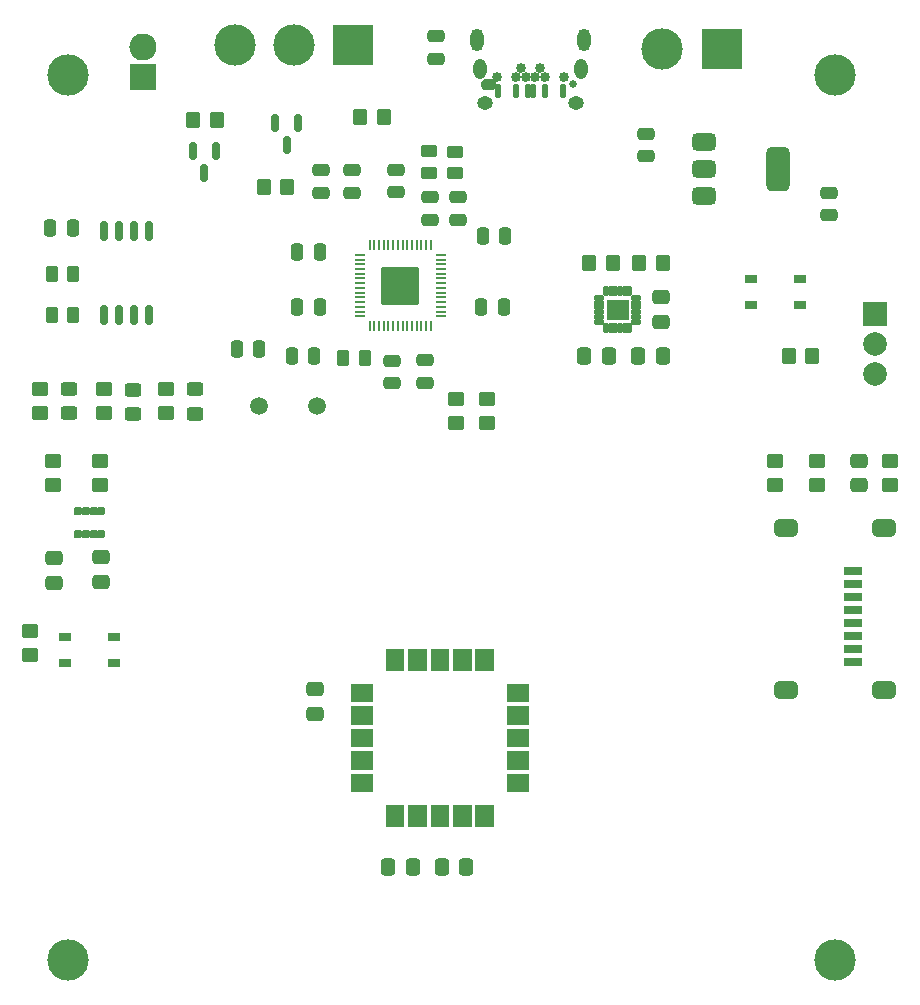
<source format=gbr>
%TF.GenerationSoftware,KiCad,Pcbnew,9.0.1*%
%TF.CreationDate,2025-04-08T19:45:02-03:00*%
%TF.ProjectId,SRAD_computer,53524144-5f63-46f6-9d70-757465722e6b,rev?*%
%TF.SameCoordinates,Original*%
%TF.FileFunction,Soldermask,Top*%
%TF.FilePolarity,Negative*%
%FSLAX46Y46*%
G04 Gerber Fmt 4.6, Leading zero omitted, Abs format (unit mm)*
G04 Created by KiCad (PCBNEW 9.0.1) date 2025-04-08 19:45:02*
%MOMM*%
%LPD*%
G01*
G04 APERTURE LIST*
G04 Aperture macros list*
%AMRoundRect*
0 Rectangle with rounded corners*
0 $1 Rounding radius*
0 $2 $3 $4 $5 $6 $7 $8 $9 X,Y pos of 4 corners*
0 Add a 4 corners polygon primitive as box body*
4,1,4,$2,$3,$4,$5,$6,$7,$8,$9,$2,$3,0*
0 Add four circle primitives for the rounded corners*
1,1,$1+$1,$2,$3*
1,1,$1+$1,$4,$5*
1,1,$1+$1,$6,$7*
1,1,$1+$1,$8,$9*
0 Add four rect primitives between the rounded corners*
20,1,$1+$1,$2,$3,$4,$5,0*
20,1,$1+$1,$4,$5,$6,$7,0*
20,1,$1+$1,$6,$7,$8,$9,0*
20,1,$1+$1,$8,$9,$2,$3,0*%
G04 Aperture macros list end*
%ADD10C,0.010000*%
%ADD11RoundRect,0.250000X-0.450000X0.325000X-0.450000X-0.325000X0.450000X-0.325000X0.450000X0.325000X0*%
%ADD12RoundRect,0.250000X-0.475000X0.337500X-0.475000X-0.337500X0.475000X-0.337500X0.475000X0.337500X0*%
%ADD13RoundRect,0.250000X-0.350000X-0.450000X0.350000X-0.450000X0.350000X0.450000X-0.350000X0.450000X0*%
%ADD14RoundRect,0.250000X0.475000X-0.250000X0.475000X0.250000X-0.475000X0.250000X-0.475000X-0.250000X0*%
%ADD15RoundRect,0.250000X0.262500X0.450000X-0.262500X0.450000X-0.262500X-0.450000X0.262500X-0.450000X0*%
%ADD16RoundRect,0.250000X-0.450000X0.350000X-0.450000X-0.350000X0.450000X-0.350000X0.450000X0.350000X0*%
%ADD17C,0.650000*%
%ADD18RoundRect,0.102000X0.150000X0.450000X-0.150000X0.450000X-0.150000X-0.450000X0.150000X-0.450000X0*%
%ADD19C,0.854000*%
%ADD20O,1.104000X1.904000*%
%ADD21O,1.104000X1.704000*%
%ADD22O,1.354000X1.104000*%
%ADD23RoundRect,0.250000X0.350000X0.450000X-0.350000X0.450000X-0.350000X-0.450000X0.350000X-0.450000X0*%
%ADD24C,1.500000*%
%ADD25RoundRect,0.250000X0.337500X0.475000X-0.337500X0.475000X-0.337500X-0.475000X0.337500X-0.475000X0*%
%ADD26RoundRect,0.250000X-0.475000X0.250000X-0.475000X-0.250000X0.475000X-0.250000X0.475000X0.250000X0*%
%ADD27R,2.000000X2.000000*%
%ADD28C,2.000000*%
%ADD29RoundRect,0.375000X-0.625000X-0.375000X0.625000X-0.375000X0.625000X0.375000X-0.625000X0.375000X0*%
%ADD30RoundRect,0.500000X-0.500000X-1.400000X0.500000X-1.400000X0.500000X1.400000X-0.500000X1.400000X0*%
%ADD31RoundRect,0.250000X-0.450000X0.262500X-0.450000X-0.262500X0.450000X-0.262500X0.450000X0.262500X0*%
%ADD32RoundRect,0.150000X-0.150000X0.587500X-0.150000X-0.587500X0.150000X-0.587500X0.150000X0.587500X0*%
%ADD33R,3.500000X3.500000*%
%ADD34C,3.500000*%
%ADD35R,1.050000X0.650000*%
%ADD36R,1.500000X0.800000*%
%ADD37RoundRect,0.362500X-0.637500X0.362500X-0.637500X-0.362500X0.637500X-0.362500X0.637500X0.362500X0*%
%ADD38RoundRect,0.162500X0.162500X-0.650000X0.162500X0.650000X-0.162500X0.650000X-0.162500X-0.650000X0*%
%ADD39R,2.300000X2.300000*%
%ADD40O,2.300000X2.300000*%
%ADD41RoundRect,0.250000X0.475000X-0.337500X0.475000X0.337500X-0.475000X0.337500X-0.475000X-0.337500X0*%
%ADD42RoundRect,0.250000X-0.337500X-0.475000X0.337500X-0.475000X0.337500X0.475000X-0.337500X0.475000X0*%
%ADD43RoundRect,0.250000X0.450000X-0.350000X0.450000X0.350000X-0.450000X0.350000X-0.450000X-0.350000X0*%
%ADD44RoundRect,0.250000X0.250000X0.475000X-0.250000X0.475000X-0.250000X-0.475000X0.250000X-0.475000X0*%
%ADD45RoundRect,0.053000X-0.369000X-0.159000X0.369000X-0.159000X0.369000X0.159000X-0.369000X0.159000X0*%
%ADD46RoundRect,0.053000X-0.159000X-0.369000X0.159000X-0.369000X0.159000X0.369000X-0.159000X0.369000X0*%
%ADD47RoundRect,0.102000X-0.850000X-0.770000X0.850000X-0.770000X0.850000X0.770000X-0.850000X0.770000X0*%
%ADD48RoundRect,0.081750X0.245250X-0.265250X0.245250X0.265250X-0.245250X0.265250X-0.245250X-0.265250X0*%
%ADD49RoundRect,0.250000X-0.250000X-0.475000X0.250000X-0.475000X0.250000X0.475000X-0.250000X0.475000X0*%
%ADD50RoundRect,0.250000X-0.262500X-0.450000X0.262500X-0.450000X0.262500X0.450000X-0.262500X0.450000X0*%
%ADD51RoundRect,0.050000X-0.387500X-0.050000X0.387500X-0.050000X0.387500X0.050000X-0.387500X0.050000X0*%
%ADD52RoundRect,0.050000X-0.050000X-0.387500X0.050000X-0.387500X0.050000X0.387500X-0.050000X0.387500X0*%
%ADD53RoundRect,0.144000X-1.456000X-1.456000X1.456000X-1.456000X1.456000X1.456000X-1.456000X1.456000X0*%
G04 APERTURE END LIST*
D10*
%TO.C,J7*%
X99177000Y-43216000D02*
X99199000Y-43217000D01*
X99221000Y-43220000D01*
X99243000Y-43224000D01*
X99265000Y-43229000D01*
X99286000Y-43236000D01*
X99307000Y-43243000D01*
X99328000Y-43252000D01*
X99348000Y-43261000D01*
X99368000Y-43272000D01*
X99386000Y-43284000D01*
X99405000Y-43296000D01*
X99422000Y-43310000D01*
X99439000Y-43324000D01*
X99456000Y-43339000D01*
X99471000Y-43356000D01*
X99485000Y-43373000D01*
X99499000Y-43390000D01*
X99511000Y-43409000D01*
X99523000Y-43428000D01*
X99534000Y-43447000D01*
X99543000Y-43467000D01*
X99552000Y-43488000D01*
X99559000Y-43509000D01*
X99566000Y-43530000D01*
X99571000Y-43552000D01*
X99575000Y-43574000D01*
X99578000Y-43596000D01*
X99579000Y-43618000D01*
X99580000Y-43640000D01*
X99579000Y-43662000D01*
X99578000Y-43684000D01*
X99575000Y-43706000D01*
X99571000Y-43728000D01*
X99566000Y-43750000D01*
X99559000Y-43771000D01*
X99552000Y-43792000D01*
X99543000Y-43813000D01*
X99534000Y-43833000D01*
X99523000Y-43852000D01*
X99511000Y-43871000D01*
X99499000Y-43890000D01*
X99485000Y-43907000D01*
X99471000Y-43924000D01*
X99456000Y-43941000D01*
X99439000Y-43956000D01*
X99422000Y-43970000D01*
X99405000Y-43984000D01*
X99386000Y-43996000D01*
X99368000Y-44008000D01*
X99348000Y-44019000D01*
X99328000Y-44028000D01*
X99307000Y-44037000D01*
X99286000Y-44044000D01*
X99265000Y-44051000D01*
X99243000Y-44056000D01*
X99221000Y-44060000D01*
X99199000Y-44063000D01*
X99177000Y-44064000D01*
X99155000Y-44065000D01*
X98805000Y-44065000D01*
X98783000Y-44064000D01*
X98761000Y-44063000D01*
X98739000Y-44060000D01*
X98717000Y-44056000D01*
X98695000Y-44051000D01*
X98674000Y-44044000D01*
X98653000Y-44037000D01*
X98632000Y-44028000D01*
X98612000Y-44019000D01*
X98593000Y-44008000D01*
X98574000Y-43996000D01*
X98555000Y-43984000D01*
X98538000Y-43970000D01*
X98521000Y-43956000D01*
X98504000Y-43941000D01*
X98489000Y-43924000D01*
X98475000Y-43907000D01*
X98461000Y-43890000D01*
X98449000Y-43871000D01*
X98437000Y-43852000D01*
X98426000Y-43833000D01*
X98417000Y-43813000D01*
X98408000Y-43792000D01*
X98401000Y-43771000D01*
X98394000Y-43750000D01*
X98389000Y-43728000D01*
X98385000Y-43706000D01*
X98382000Y-43684000D01*
X98381000Y-43662000D01*
X98380000Y-43640000D01*
X98381000Y-43618000D01*
X98382000Y-43596000D01*
X98385000Y-43574000D01*
X98389000Y-43552000D01*
X98394000Y-43530000D01*
X98401000Y-43509000D01*
X98408000Y-43488000D01*
X98417000Y-43467000D01*
X98426000Y-43447000D01*
X98437000Y-43428000D01*
X98449000Y-43409000D01*
X98461000Y-43390000D01*
X98475000Y-43373000D01*
X98489000Y-43356000D01*
X98504000Y-43339000D01*
X98521000Y-43324000D01*
X98538000Y-43310000D01*
X98555000Y-43296000D01*
X98574000Y-43284000D01*
X98593000Y-43272000D01*
X98612000Y-43261000D01*
X98632000Y-43252000D01*
X98653000Y-43243000D01*
X98674000Y-43236000D01*
X98695000Y-43229000D01*
X98717000Y-43224000D01*
X98739000Y-43220000D01*
X98761000Y-43217000D01*
X98783000Y-43216000D01*
X98805000Y-43215000D01*
X99155000Y-43215000D01*
X99177000Y-43216000D01*
G36*
X99177000Y-43216000D02*
G01*
X99199000Y-43217000D01*
X99221000Y-43220000D01*
X99243000Y-43224000D01*
X99265000Y-43229000D01*
X99286000Y-43236000D01*
X99307000Y-43243000D01*
X99328000Y-43252000D01*
X99348000Y-43261000D01*
X99368000Y-43272000D01*
X99386000Y-43284000D01*
X99405000Y-43296000D01*
X99422000Y-43310000D01*
X99439000Y-43324000D01*
X99456000Y-43339000D01*
X99471000Y-43356000D01*
X99485000Y-43373000D01*
X99499000Y-43390000D01*
X99511000Y-43409000D01*
X99523000Y-43428000D01*
X99534000Y-43447000D01*
X99543000Y-43467000D01*
X99552000Y-43488000D01*
X99559000Y-43509000D01*
X99566000Y-43530000D01*
X99571000Y-43552000D01*
X99575000Y-43574000D01*
X99578000Y-43596000D01*
X99579000Y-43618000D01*
X99580000Y-43640000D01*
X99579000Y-43662000D01*
X99578000Y-43684000D01*
X99575000Y-43706000D01*
X99571000Y-43728000D01*
X99566000Y-43750000D01*
X99559000Y-43771000D01*
X99552000Y-43792000D01*
X99543000Y-43813000D01*
X99534000Y-43833000D01*
X99523000Y-43852000D01*
X99511000Y-43871000D01*
X99499000Y-43890000D01*
X99485000Y-43907000D01*
X99471000Y-43924000D01*
X99456000Y-43941000D01*
X99439000Y-43956000D01*
X99422000Y-43970000D01*
X99405000Y-43984000D01*
X99386000Y-43996000D01*
X99368000Y-44008000D01*
X99348000Y-44019000D01*
X99328000Y-44028000D01*
X99307000Y-44037000D01*
X99286000Y-44044000D01*
X99265000Y-44051000D01*
X99243000Y-44056000D01*
X99221000Y-44060000D01*
X99199000Y-44063000D01*
X99177000Y-44064000D01*
X99155000Y-44065000D01*
X98805000Y-44065000D01*
X98783000Y-44064000D01*
X98761000Y-44063000D01*
X98739000Y-44060000D01*
X98717000Y-44056000D01*
X98695000Y-44051000D01*
X98674000Y-44044000D01*
X98653000Y-44037000D01*
X98632000Y-44028000D01*
X98612000Y-44019000D01*
X98593000Y-44008000D01*
X98574000Y-43996000D01*
X98555000Y-43984000D01*
X98538000Y-43970000D01*
X98521000Y-43956000D01*
X98504000Y-43941000D01*
X98489000Y-43924000D01*
X98475000Y-43907000D01*
X98461000Y-43890000D01*
X98449000Y-43871000D01*
X98437000Y-43852000D01*
X98426000Y-43833000D01*
X98417000Y-43813000D01*
X98408000Y-43792000D01*
X98401000Y-43771000D01*
X98394000Y-43750000D01*
X98389000Y-43728000D01*
X98385000Y-43706000D01*
X98382000Y-43684000D01*
X98381000Y-43662000D01*
X98380000Y-43640000D01*
X98381000Y-43618000D01*
X98382000Y-43596000D01*
X98385000Y-43574000D01*
X98389000Y-43552000D01*
X98394000Y-43530000D01*
X98401000Y-43509000D01*
X98408000Y-43488000D01*
X98417000Y-43467000D01*
X98426000Y-43447000D01*
X98437000Y-43428000D01*
X98449000Y-43409000D01*
X98461000Y-43390000D01*
X98475000Y-43373000D01*
X98489000Y-43356000D01*
X98504000Y-43339000D01*
X98521000Y-43324000D01*
X98538000Y-43310000D01*
X98555000Y-43296000D01*
X98574000Y-43284000D01*
X98593000Y-43272000D01*
X98612000Y-43261000D01*
X98632000Y-43252000D01*
X98653000Y-43243000D01*
X98674000Y-43236000D01*
X98695000Y-43229000D01*
X98717000Y-43224000D01*
X98739000Y-43220000D01*
X98761000Y-43217000D01*
X98783000Y-43216000D01*
X98805000Y-43215000D01*
X99155000Y-43215000D01*
X99177000Y-43216000D01*
G37*
%TO.C,U6*%
X89170000Y-95902984D02*
X87370000Y-95902984D01*
X87370000Y-94402984D01*
X89170000Y-94402984D01*
X89170000Y-95902984D01*
G36*
X89170000Y-95902984D02*
G01*
X87370000Y-95902984D01*
X87370000Y-94402984D01*
X89170000Y-94402984D01*
X89170000Y-95902984D01*
G37*
X89170000Y-97802984D02*
X87370000Y-97802984D01*
X87370000Y-96302984D01*
X89170000Y-96302984D01*
X89170000Y-97802984D01*
G36*
X89170000Y-97802984D02*
G01*
X87370000Y-97802984D01*
X87370000Y-96302984D01*
X89170000Y-96302984D01*
X89170000Y-97802984D01*
G37*
X89170000Y-99702984D02*
X87370000Y-99702984D01*
X87370000Y-98202984D01*
X89170000Y-98202984D01*
X89170000Y-99702984D01*
G36*
X89170000Y-99702984D02*
G01*
X87370000Y-99702984D01*
X87370000Y-98202984D01*
X89170000Y-98202984D01*
X89170000Y-99702984D01*
G37*
X89170000Y-101602984D02*
X87370000Y-101602984D01*
X87370000Y-100102984D01*
X89170000Y-100102984D01*
X89170000Y-101602984D01*
G36*
X89170000Y-101602984D02*
G01*
X87370000Y-101602984D01*
X87370000Y-100102984D01*
X89170000Y-100102984D01*
X89170000Y-101602984D01*
G37*
X89170000Y-103502984D02*
X87370000Y-103502984D01*
X87370000Y-102002984D01*
X89170000Y-102002984D01*
X89170000Y-103502984D01*
G36*
X89170000Y-103502984D02*
G01*
X87370000Y-103502984D01*
X87370000Y-102002984D01*
X89170000Y-102002984D01*
X89170000Y-103502984D01*
G37*
X91820000Y-93252984D02*
X90320000Y-93252984D01*
X90320000Y-91452984D01*
X91820000Y-91452984D01*
X91820000Y-93252984D01*
G36*
X91820000Y-93252984D02*
G01*
X90320000Y-93252984D01*
X90320000Y-91452984D01*
X91820000Y-91452984D01*
X91820000Y-93252984D01*
G37*
X91820000Y-106452984D02*
X90320000Y-106452984D01*
X90320000Y-104652984D01*
X91820000Y-104652984D01*
X91820000Y-106452984D01*
G36*
X91820000Y-106452984D02*
G01*
X90320000Y-106452984D01*
X90320000Y-104652984D01*
X91820000Y-104652984D01*
X91820000Y-106452984D01*
G37*
X93720000Y-93252984D02*
X92220000Y-93252984D01*
X92220000Y-91452984D01*
X93720000Y-91452984D01*
X93720000Y-93252984D01*
G36*
X93720000Y-93252984D02*
G01*
X92220000Y-93252984D01*
X92220000Y-91452984D01*
X93720000Y-91452984D01*
X93720000Y-93252984D01*
G37*
X93720000Y-106452984D02*
X92220000Y-106452984D01*
X92220000Y-104652984D01*
X93720000Y-104652984D01*
X93720000Y-106452984D01*
G36*
X93720000Y-106452984D02*
G01*
X92220000Y-106452984D01*
X92220000Y-104652984D01*
X93720000Y-104652984D01*
X93720000Y-106452984D01*
G37*
X95620000Y-93252984D02*
X94120000Y-93252984D01*
X94120000Y-91452984D01*
X95620000Y-91452984D01*
X95620000Y-93252984D01*
G36*
X95620000Y-93252984D02*
G01*
X94120000Y-93252984D01*
X94120000Y-91452984D01*
X95620000Y-91452984D01*
X95620000Y-93252984D01*
G37*
X95620000Y-106452984D02*
X94120000Y-106452984D01*
X94120000Y-104652984D01*
X95620000Y-104652984D01*
X95620000Y-106452984D01*
G36*
X95620000Y-106452984D02*
G01*
X94120000Y-106452984D01*
X94120000Y-104652984D01*
X95620000Y-104652984D01*
X95620000Y-106452984D01*
G37*
X97520000Y-93252984D02*
X96020000Y-93252984D01*
X96020000Y-91452984D01*
X97520000Y-91452984D01*
X97520000Y-93252984D01*
G36*
X97520000Y-93252984D02*
G01*
X96020000Y-93252984D01*
X96020000Y-91452984D01*
X97520000Y-91452984D01*
X97520000Y-93252984D01*
G37*
X97520000Y-106452984D02*
X96020000Y-106452984D01*
X96020000Y-104652984D01*
X97520000Y-104652984D01*
X97520000Y-106452984D01*
G36*
X97520000Y-106452984D02*
G01*
X96020000Y-106452984D01*
X96020000Y-104652984D01*
X97520000Y-104652984D01*
X97520000Y-106452984D01*
G37*
X99420000Y-93252984D02*
X97920000Y-93252984D01*
X97920000Y-91452984D01*
X99420000Y-91452984D01*
X99420000Y-93252984D01*
G36*
X99420000Y-93252984D02*
G01*
X97920000Y-93252984D01*
X97920000Y-91452984D01*
X99420000Y-91452984D01*
X99420000Y-93252984D01*
G37*
X99420000Y-106452984D02*
X97920000Y-106452984D01*
X97920000Y-104652984D01*
X99420000Y-104652984D01*
X99420000Y-106452984D01*
G36*
X99420000Y-106452984D02*
G01*
X97920000Y-106452984D01*
X97920000Y-104652984D01*
X99420000Y-104652984D01*
X99420000Y-106452984D01*
G37*
X102370000Y-95902984D02*
X100570000Y-95902984D01*
X100570000Y-94402984D01*
X102370000Y-94402984D01*
X102370000Y-95902984D01*
G36*
X102370000Y-95902984D02*
G01*
X100570000Y-95902984D01*
X100570000Y-94402984D01*
X102370000Y-94402984D01*
X102370000Y-95902984D01*
G37*
X102370000Y-97802984D02*
X100570000Y-97802984D01*
X100570000Y-96302984D01*
X102370000Y-96302984D01*
X102370000Y-97802984D01*
G36*
X102370000Y-97802984D02*
G01*
X100570000Y-97802984D01*
X100570000Y-96302984D01*
X102370000Y-96302984D01*
X102370000Y-97802984D01*
G37*
X102370000Y-99702984D02*
X100570000Y-99702984D01*
X100570000Y-98202984D01*
X102370000Y-98202984D01*
X102370000Y-99702984D01*
G36*
X102370000Y-99702984D02*
G01*
X100570000Y-99702984D01*
X100570000Y-98202984D01*
X102370000Y-98202984D01*
X102370000Y-99702984D01*
G37*
X102370000Y-101602984D02*
X100570000Y-101602984D01*
X100570000Y-100102984D01*
X102370000Y-100102984D01*
X102370000Y-101602984D01*
G36*
X102370000Y-101602984D02*
G01*
X100570000Y-101602984D01*
X100570000Y-100102984D01*
X102370000Y-100102984D01*
X102370000Y-101602984D01*
G37*
X102370000Y-103502984D02*
X100570000Y-103502984D01*
X100570000Y-102002984D01*
X102370000Y-102002984D01*
X102370000Y-103502984D01*
G36*
X102370000Y-103502984D02*
G01*
X100570000Y-103502984D01*
X100570000Y-102002984D01*
X102370000Y-102002984D01*
X102370000Y-103502984D01*
G37*
%TD*%
D11*
%TO.C,D2*%
X68908000Y-69502984D03*
X68908000Y-71552984D03*
%TD*%
D12*
%TO.C,C_BME_VDDIO1*%
X66190707Y-83678691D03*
X66190707Y-85753691D03*
%TD*%
D13*
%TO.C,R7*%
X79980000Y-52372984D03*
X81980000Y-52372984D03*
%TD*%
D14*
%TO.C,C8*%
X94100000Y-55112836D03*
X94100000Y-53212836D03*
%TD*%
D15*
%TO.C,R2*%
X63880859Y-59723927D03*
X62055859Y-59723927D03*
%TD*%
D16*
%TO.C,R15*%
X133050000Y-75542984D03*
X133050000Y-77542984D03*
%TD*%
D17*
%TO.C,J7*%
X106180000Y-43640000D03*
X98980000Y-43640000D03*
D18*
X105330000Y-44200000D03*
X103830000Y-44200000D03*
X102830000Y-44200000D03*
X102330000Y-44200000D03*
X101330000Y-44200000D03*
X99830000Y-44200000D03*
D19*
X99780000Y-42990000D03*
X101380000Y-42990000D03*
X101780000Y-42290000D03*
X102180000Y-42990000D03*
X102980000Y-42990000D03*
X103380000Y-42290000D03*
X103780000Y-42990000D03*
X105380000Y-42990000D03*
D20*
X107080000Y-39870000D03*
D21*
X106855000Y-42390000D03*
D22*
X106425000Y-45190000D03*
X98735000Y-45190000D03*
D21*
X98305000Y-42390000D03*
D20*
X98080000Y-39870000D03*
%TD*%
D14*
%TO.C,C10*%
X96470000Y-55112836D03*
X96470000Y-53212836D03*
%TD*%
%TO.C,C1*%
X112330000Y-49732836D03*
X112330000Y-47832836D03*
%TD*%
D16*
%TO.C,R13*%
X123303333Y-75552984D03*
X123303333Y-77552984D03*
%TD*%
D23*
%TO.C,R8*%
X90180000Y-46402836D03*
X88180000Y-46402836D03*
%TD*%
D24*
%TO.C,Y1*%
X79590000Y-70882984D03*
X84470000Y-70882984D03*
%TD*%
D16*
%TO.C,R_BME_SDA1*%
X62170707Y-75566191D03*
X62170707Y-77566191D03*
%TD*%
%TO.C,R16*%
X60220000Y-89950000D03*
X60220000Y-91950000D03*
%TD*%
D25*
%TO.C,C_VDDIO_MPU1*%
X109200000Y-66622984D03*
X107125000Y-66622984D03*
%TD*%
D26*
%TO.C,C4*%
X127880000Y-52852836D03*
X127880000Y-54752836D03*
%TD*%
D27*
%TO.C,J5*%
X131770000Y-63082984D03*
D28*
X131770000Y-65622984D03*
X131770000Y-68162984D03*
%TD*%
D29*
%TO.C,U1*%
X117230000Y-48500336D03*
X117230000Y-50800336D03*
D30*
X123530000Y-50800336D03*
D29*
X117230000Y-53100336D03*
%TD*%
D16*
%TO.C,R_BME_SCL1*%
X66160707Y-75546191D03*
X66160707Y-77546191D03*
%TD*%
D31*
%TO.C,R3*%
X93990000Y-49325336D03*
X93990000Y-51150336D03*
%TD*%
D32*
%TO.C,Q3*%
X75922500Y-49275336D03*
X74022500Y-49275336D03*
X74972500Y-51150336D03*
%TD*%
D25*
%TO.C,C_SAM_VCCIO1*%
X92620000Y-109952984D03*
X90545000Y-109952984D03*
%TD*%
D16*
%TO.C,R9*%
X71710000Y-69465484D03*
X71710000Y-71465484D03*
%TD*%
D33*
%TO.C,J1*%
X87530000Y-40282836D03*
D34*
X82530000Y-40282836D03*
X77530000Y-40282836D03*
%TD*%
D35*
%TO.C,S2*%
X63190000Y-90460000D03*
X67340000Y-90460000D03*
X63190000Y-92610000D03*
X67340000Y-92610000D03*
%TD*%
D36*
%TO.C,J6*%
X129910000Y-84847984D03*
X129910000Y-85947984D03*
X129910000Y-87047984D03*
X129910000Y-88147984D03*
X129910000Y-89247984D03*
X129910000Y-90347984D03*
X129910000Y-91447984D03*
X129910000Y-92547984D03*
D37*
X132510000Y-81177984D03*
X124210000Y-81177984D03*
X132510000Y-94927984D03*
X124210000Y-94927984D03*
%TD*%
D34*
%TO.C,H2*%
X128380000Y-42822984D03*
%TD*%
D38*
%TO.C,U2*%
X66454747Y-63201427D03*
X67724747Y-63201427D03*
X68994747Y-63201427D03*
X70264747Y-63201427D03*
X70264747Y-56026427D03*
X68994747Y-56026427D03*
X67724747Y-56026427D03*
X66454747Y-56026427D03*
%TD*%
D34*
%TO.C,H1*%
X63380000Y-42822984D03*
%TD*%
D16*
%TO.C,R10*%
X66440000Y-69482984D03*
X66440000Y-71482984D03*
%TD*%
D11*
%TO.C,D1*%
X74178000Y-69485484D03*
X74178000Y-71535484D03*
%TD*%
D39*
%TO.C,J2*%
X69790000Y-43037836D03*
D40*
X69790000Y-40497836D03*
%TD*%
D12*
%TO.C,C18*%
X130356666Y-75515484D03*
X130356666Y-77590484D03*
%TD*%
D13*
%TO.C,R6*%
X74020000Y-46652836D03*
X76020000Y-46652836D03*
%TD*%
D26*
%TO.C,C6*%
X93610000Y-67022836D03*
X93610000Y-68922836D03*
%TD*%
D41*
%TO.C,C_VDD_MPU1*%
X113642500Y-63770484D03*
X113642500Y-61695484D03*
%TD*%
D11*
%TO.C,D3*%
X63528000Y-69465484D03*
X63528000Y-71515484D03*
%TD*%
D42*
%TO.C,C_MPU_REG1*%
X111705000Y-66622984D03*
X113780000Y-66622984D03*
%TD*%
D43*
%TO.C,R_SAM_SDA1*%
X98880000Y-72322984D03*
X98880000Y-70322984D03*
%TD*%
D34*
%TO.C,H4*%
X63380000Y-117822984D03*
%TD*%
D26*
%TO.C,C17*%
X94570000Y-39582836D03*
X94570000Y-41482836D03*
%TD*%
D44*
%TO.C,C14*%
X84730000Y-62522984D03*
X82830000Y-62522984D03*
%TD*%
D45*
%TO.C,U5*%
X108410000Y-61732984D03*
X108410000Y-62132984D03*
X108410000Y-62532984D03*
X108410000Y-62932984D03*
X108410000Y-63332984D03*
X108410000Y-63732984D03*
D46*
X108955000Y-64277984D03*
X109355000Y-64277984D03*
X109755000Y-64277984D03*
X110155000Y-64277984D03*
X110555000Y-64277984D03*
X110955000Y-64277984D03*
D45*
X111500000Y-63732984D03*
X111500000Y-63332984D03*
X111500000Y-62932984D03*
X111500000Y-62532984D03*
X111500000Y-62132984D03*
X111500000Y-61732984D03*
D46*
X110955000Y-61187984D03*
X110555000Y-61187984D03*
X110155000Y-61187984D03*
X109755000Y-61187984D03*
X109355000Y-61187984D03*
X108955000Y-61187984D03*
D47*
X109955000Y-62732984D03*
%TD*%
D12*
%TO.C,C_BME_VDD1*%
X62200707Y-83758691D03*
X62200707Y-85833691D03*
%TD*%
D41*
%TO.C,C_SAM_VCC1*%
X84370000Y-96952984D03*
X84370000Y-94877984D03*
%TD*%
D31*
%TO.C,R4*%
X96210000Y-49345336D03*
X96210000Y-51170336D03*
%TD*%
D23*
%TO.C,R_MPU_SCL1*%
X113760000Y-58782984D03*
X111760000Y-58782984D03*
%TD*%
D15*
%TO.C,R1*%
X63859747Y-63183927D03*
X62034747Y-63183927D03*
%TD*%
D23*
%TO.C,R_MPU_SDA1*%
X109530000Y-58772984D03*
X107530000Y-58772984D03*
%TD*%
D35*
%TO.C,S1*%
X121280000Y-60172984D03*
X125430000Y-60172984D03*
X121280000Y-62322984D03*
X125430000Y-62322984D03*
%TD*%
D26*
%TO.C,C13*%
X90820000Y-67062836D03*
X90820000Y-68962836D03*
%TD*%
D44*
%TO.C,C15*%
X84730000Y-57872984D03*
X82830000Y-57872984D03*
%TD*%
D13*
%TO.C,R12*%
X124450000Y-66632984D03*
X126450000Y-66632984D03*
%TD*%
D14*
%TO.C,C7*%
X84830000Y-52822984D03*
X84830000Y-50922984D03*
%TD*%
D16*
%TO.C,R11*%
X61060000Y-69445484D03*
X61060000Y-71445484D03*
%TD*%
D34*
%TO.C,H3*%
X128380000Y-117822984D03*
%TD*%
D33*
%TO.C,J4*%
X118770000Y-40642836D03*
D34*
X113690000Y-40642836D03*
%TD*%
D48*
%TO.C,U4*%
X64290707Y-79801191D03*
X64940707Y-79801191D03*
X65590707Y-79801191D03*
X66240707Y-79801191D03*
X66240707Y-81741191D03*
X65590707Y-81741191D03*
X64940707Y-81741191D03*
X64290707Y-81741191D03*
%TD*%
D49*
%TO.C,C11*%
X98530000Y-56472984D03*
X100430000Y-56472984D03*
%TD*%
D43*
%TO.C,R_SAM_SCL1*%
X96280000Y-72322984D03*
X96280000Y-70322984D03*
%TD*%
D50*
%TO.C,R5*%
X86717500Y-66822984D03*
X88542500Y-66822984D03*
%TD*%
D32*
%TO.C,Q1*%
X82880000Y-46947984D03*
X80980000Y-46947984D03*
X81930000Y-48822984D03*
%TD*%
D49*
%TO.C,C12*%
X98430000Y-62522984D03*
X100330000Y-62522984D03*
%TD*%
D44*
%TO.C,C2*%
X84250000Y-66672984D03*
X82350000Y-66672984D03*
%TD*%
D51*
%TO.C,U3*%
X88112500Y-58087836D03*
X88112500Y-58487836D03*
X88112500Y-58887836D03*
X88112500Y-59287836D03*
X88112500Y-59687836D03*
X88112500Y-60087836D03*
X88112500Y-60487836D03*
X88112500Y-60887836D03*
X88112500Y-61287836D03*
X88112500Y-61687836D03*
X88112500Y-62087836D03*
X88112500Y-62487836D03*
X88112500Y-62887836D03*
X88112500Y-63287836D03*
D52*
X88950000Y-64125336D03*
X89350000Y-64125336D03*
X89750000Y-64125336D03*
X90150000Y-64125336D03*
X90550000Y-64125336D03*
X90950000Y-64125336D03*
X91350000Y-64125336D03*
X91750000Y-64125336D03*
X92150000Y-64125336D03*
X92550000Y-64125336D03*
X92950000Y-64125336D03*
X93350000Y-64125336D03*
X93750000Y-64125336D03*
X94150000Y-64125336D03*
D51*
X94987500Y-63287836D03*
X94987500Y-62887836D03*
X94987500Y-62487836D03*
X94987500Y-62087836D03*
X94987500Y-61687836D03*
X94987500Y-61287836D03*
X94987500Y-60887836D03*
X94987500Y-60487836D03*
X94987500Y-60087836D03*
X94987500Y-59687836D03*
X94987500Y-59287836D03*
X94987500Y-58887836D03*
X94987500Y-58487836D03*
X94987500Y-58087836D03*
D52*
X94150000Y-57250336D03*
X93750000Y-57250336D03*
X93350000Y-57250336D03*
X92950000Y-57250336D03*
X92550000Y-57250336D03*
X92150000Y-57250336D03*
X91750000Y-57250336D03*
X91350000Y-57250336D03*
X90950000Y-57250336D03*
X90550000Y-57250336D03*
X90150000Y-57250336D03*
X89750000Y-57250336D03*
X89350000Y-57250336D03*
X88950000Y-57250336D03*
D53*
X91550000Y-60687836D03*
%TD*%
D14*
%TO.C,C9*%
X91160000Y-52792836D03*
X91160000Y-50892836D03*
%TD*%
D42*
%TO.C,C_SAM_VBCKP1*%
X95082500Y-109952984D03*
X97157500Y-109952984D03*
%TD*%
D44*
%TO.C,C3*%
X79590000Y-66022984D03*
X77690000Y-66022984D03*
%TD*%
D16*
%TO.C,R14*%
X126830000Y-75552984D03*
X126830000Y-77552984D03*
%TD*%
D44*
%TO.C,C5*%
X63838359Y-55853927D03*
X61938359Y-55853927D03*
%TD*%
D14*
%TO.C,C16*%
X87480000Y-52822984D03*
X87480000Y-50922984D03*
%TD*%
M02*

</source>
